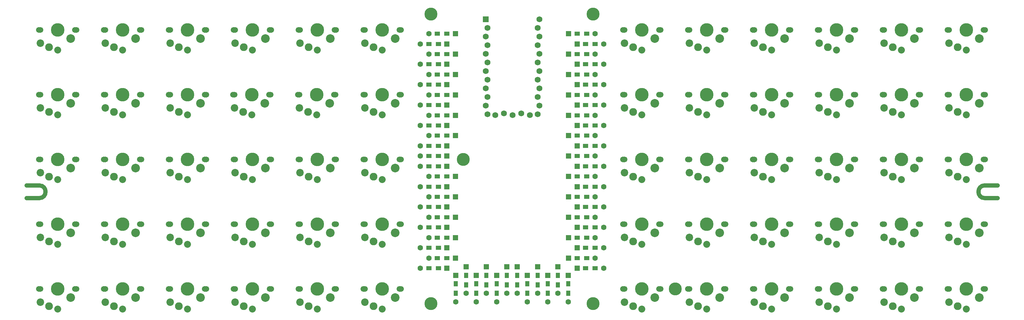
<source format=gbr>
%TF.GenerationSoftware,KiCad,Pcbnew,(6.0.0-rc1-306-g01eebd0b9d)*%
%TF.CreationDate,2022-02-27T11:11:43+00:00*%
%TF.ProjectId,lumberelite,6c756d62-6572-4656-9c69-74652e6b6963,2022.2*%
%TF.SameCoordinates,Original*%
%TF.FileFunction,Soldermask,Top*%
%TF.FilePolarity,Negative*%
%FSLAX46Y46*%
G04 Gerber Fmt 4.6, Leading zero omitted, Abs format (unit mm)*
G04 Created by KiCad (PCBNEW (6.0.0-rc1-306-g01eebd0b9d)) date 2022-02-27 11:11:43*
%MOMM*%
%LPD*%
G01*
G04 APERTURE LIST*
%ADD10C,1.250000*%
%ADD11C,1.701800*%
%ADD12C,3.987800*%
%ADD13C,2.540000*%
%ADD14C,2.032000*%
%ADD15C,2.286000*%
%ADD16C,2.200000*%
%ADD17R,1.600000X1.600000*%
%ADD18R,1.600000X1.200000*%
%ADD19C,1.600000*%
%ADD20R,1.200000X1.600000*%
%ADD21C,3.800000*%
%ADD22R,1.752600X1.752600*%
%ADD23C,1.752600*%
G04 APERTURE END LIST*
D10*
%TO.C,HOLE*%
X50000000Y-108375000D02*
X53708900Y-108375000D01*
X53708900Y-104625000D02*
X50000000Y-104625000D01*
X53708900Y-108375000D02*
G75*
G03*
X53708900Y-104625000I0J1875000D01*
G01*
X335000100Y-104625000D02*
X331291200Y-104625000D01*
X331291200Y-108375000D02*
X335000100Y-108375000D01*
X331291200Y-104625000D02*
G75*
G03*
X331291200Y-108375000I0J-1875000D01*
G01*
%TD*%
D11*
%TO.C,SW_1_12*%
X331350000Y-58875000D03*
X320350000Y-58875000D03*
X330930000Y-58875000D03*
X320770000Y-58875000D03*
D12*
X325850000Y-58875000D03*
D13*
X329660000Y-61415000D03*
D14*
X325850000Y-64775000D03*
D15*
X323310000Y-63955000D03*
D16*
X320750000Y-62775000D03*
%TD*%
D11*
%TO.C,SW_1_9*%
X273780000Y-58875000D03*
X263620000Y-58875000D03*
X263200000Y-58875000D03*
X274200000Y-58875000D03*
D12*
X268700000Y-58875000D03*
D13*
X272510000Y-61415000D03*
D14*
X268700000Y-64775000D03*
D16*
X263600000Y-62775000D03*
D15*
X266160000Y-63955000D03*
%TD*%
D11*
%TO.C,SW_2_12*%
X320350000Y-77925000D03*
X331350000Y-77925000D03*
X320770000Y-77925000D03*
X330930000Y-77925000D03*
D12*
X325850000Y-77925000D03*
D14*
X325850000Y-83825000D03*
D13*
X329660000Y-80465000D03*
D16*
X320750000Y-81825000D03*
D15*
X323310000Y-83005000D03*
%TD*%
D11*
%TO.C,SW_2_9*%
X274200000Y-77925000D03*
D12*
X268700000Y-77925000D03*
D11*
X263620000Y-77925000D03*
X263200000Y-77925000D03*
X273780000Y-77925000D03*
D13*
X272510000Y-80465000D03*
D14*
X268700000Y-83825000D03*
D15*
X266160000Y-83005000D03*
D16*
X263600000Y-81825000D03*
%TD*%
D11*
%TO.C,SW_3_12*%
X320770000Y-96975000D03*
D12*
X325850000Y-96975000D03*
D11*
X331350000Y-96975000D03*
X330930000Y-96975000D03*
X320350000Y-96975000D03*
D14*
X325850000Y-102875000D03*
D13*
X329660000Y-99515000D03*
D15*
X323310000Y-102055000D03*
D16*
X320750000Y-100875000D03*
%TD*%
D12*
%TO.C,SW_3_11*%
X306800000Y-96975000D03*
D11*
X301300000Y-96975000D03*
X311880000Y-96975000D03*
X312300000Y-96975000D03*
X301720000Y-96975000D03*
D13*
X310610000Y-99515000D03*
D14*
X306800000Y-102875000D03*
D16*
X301700000Y-100875000D03*
D15*
X304260000Y-102055000D03*
%TD*%
D11*
%TO.C,SW_2_8*%
X244570000Y-77925000D03*
X244150000Y-77925000D03*
D12*
X249650000Y-77925000D03*
D11*
X255150000Y-77925000D03*
X254730000Y-77925000D03*
D14*
X249650000Y-83825000D03*
D13*
X253460000Y-80465000D03*
D16*
X244550000Y-81825000D03*
D15*
X247110000Y-83005000D03*
%TD*%
D11*
%TO.C,SW_4_12*%
X320770000Y-116025000D03*
X331350000Y-116025000D03*
X330930000Y-116025000D03*
D12*
X325850000Y-116025000D03*
D11*
X320350000Y-116025000D03*
D13*
X329660000Y-118565000D03*
D14*
X325850000Y-121925000D03*
D15*
X323310000Y-121105000D03*
D16*
X320750000Y-119925000D03*
%TD*%
D11*
%TO.C,SW_5_12*%
X331350000Y-135075000D03*
X320350000Y-135075000D03*
X320770000Y-135075000D03*
D12*
X325850000Y-135075000D03*
D11*
X330930000Y-135075000D03*
D14*
X325850000Y-140975000D03*
D13*
X329660000Y-137615000D03*
D16*
X320750000Y-138975000D03*
D15*
X323310000Y-140155000D03*
%TD*%
D11*
%TO.C,SW_4_10*%
X292830000Y-116025000D03*
X282670000Y-116025000D03*
D12*
X287750000Y-116025000D03*
D11*
X293250000Y-116025000D03*
X282250000Y-116025000D03*
D13*
X291560000Y-118565000D03*
D14*
X287750000Y-121925000D03*
D15*
X285210000Y-121105000D03*
D16*
X282650000Y-119925000D03*
%TD*%
D11*
%TO.C,SW_4_9*%
X263200000Y-116025000D03*
D12*
X268700000Y-116025000D03*
D11*
X263620000Y-116025000D03*
X274200000Y-116025000D03*
X273780000Y-116025000D03*
D13*
X272510000Y-118565000D03*
D14*
X268700000Y-121925000D03*
D16*
X263600000Y-119925000D03*
D15*
X266160000Y-121105000D03*
%TD*%
D11*
%TO.C,SW_5_2*%
X73120000Y-135075000D03*
X83280000Y-135075000D03*
D12*
X78200000Y-135075000D03*
D11*
X83700000Y-135075000D03*
X72700000Y-135075000D03*
D13*
X82010000Y-137615000D03*
D14*
X78200000Y-140975000D03*
D16*
X73100000Y-138975000D03*
D15*
X75660000Y-140155000D03*
%TD*%
D11*
%TO.C,SW_5_4*%
X111220000Y-135075000D03*
D12*
X116300000Y-135075000D03*
D11*
X110800000Y-135075000D03*
X121800000Y-135075000D03*
X121380000Y-135075000D03*
D13*
X120110000Y-137615000D03*
D14*
X116300000Y-140975000D03*
D15*
X113760000Y-140155000D03*
D16*
X111200000Y-138975000D03*
%TD*%
D11*
%TO.C,SW_5_5*%
X140430000Y-135075000D03*
X129850000Y-135075000D03*
D12*
X135350000Y-135075000D03*
D11*
X130270000Y-135075000D03*
X140850000Y-135075000D03*
D14*
X135350000Y-140975000D03*
D13*
X139160000Y-137615000D03*
D15*
X132810000Y-140155000D03*
D16*
X130250000Y-138975000D03*
%TD*%
D11*
%TO.C,SW_5_9*%
X263620000Y-135075000D03*
X263200000Y-135075000D03*
X273780000Y-135075000D03*
X274200000Y-135075000D03*
D12*
X268700000Y-135075000D03*
D13*
X272510000Y-137615000D03*
D14*
X268700000Y-140975000D03*
D16*
X263600000Y-138975000D03*
D15*
X266160000Y-140155000D03*
%TD*%
D17*
%TO.C,D_2_6*%
X175900000Y-78000000D03*
D18*
X173400000Y-78000000D03*
X170600000Y-78000000D03*
D19*
X168100000Y-78000000D03*
%TD*%
D17*
%TO.C,D_4_6*%
X175900000Y-114000000D03*
D18*
X173400000Y-114000000D03*
X170600000Y-114000000D03*
D19*
X168100000Y-114000000D03*
%TD*%
D17*
%TO.C,D_5_6*%
X191000000Y-128600000D03*
D20*
X191000000Y-131100000D03*
X191000000Y-133900000D03*
D19*
X191000000Y-136400000D03*
%TD*%
D17*
%TO.C,D_5_5*%
X188000000Y-131100000D03*
D20*
X188000000Y-133600000D03*
X188000000Y-136400000D03*
D19*
X188000000Y-138900000D03*
%TD*%
D17*
%TO.C,D_5_4*%
X185000000Y-128600000D03*
D20*
X185000000Y-131100000D03*
X185000000Y-133900000D03*
D19*
X185000000Y-136400000D03*
%TD*%
D17*
%TO.C,D_5_2*%
X179000000Y-128600000D03*
D20*
X179000000Y-131100000D03*
D19*
X179000000Y-136400000D03*
D20*
X179000000Y-133900000D03*
%TD*%
D18*
%TO.C,D_1_2*%
X173400000Y-72000000D03*
D17*
X175900000Y-72000000D03*
D18*
X170600000Y-72000000D03*
D19*
X168100000Y-72000000D03*
%TD*%
D21*
%TO.C,H1*%
X168687480Y-54237550D03*
%TD*%
%TO.C,H2*%
X216312520Y-54237550D03*
%TD*%
%TO.C,H3*%
X168687480Y-139367309D03*
%TD*%
%TO.C,H4*%
X216312520Y-139367309D03*
%TD*%
D20*
%TO.C,D_5_11*%
X206000000Y-131100000D03*
D17*
X206000000Y-128600000D03*
D20*
X206000000Y-133900000D03*
D19*
X206000000Y-136400000D03*
%TD*%
D11*
%TO.C,SW_5_8*%
X255150000Y-135075000D03*
X244570000Y-135075000D03*
X254730000Y-135075000D03*
X244150000Y-135075000D03*
D12*
X249650000Y-135075000D03*
D13*
X253460000Y-137615000D03*
D14*
X249650000Y-140975000D03*
D15*
X247110000Y-140155000D03*
D16*
X244550000Y-138975000D03*
%TD*%
D11*
%TO.C,SW_4_5*%
X140430000Y-116025000D03*
X140850000Y-116025000D03*
X130270000Y-116025000D03*
X129850000Y-116025000D03*
D12*
X135350000Y-116025000D03*
D14*
X135350000Y-121925000D03*
D13*
X139160000Y-118565000D03*
D15*
X132810000Y-121105000D03*
D16*
X130250000Y-119925000D03*
%TD*%
D11*
%TO.C,SW_4_4*%
X121800000Y-116025000D03*
X110800000Y-116025000D03*
X121380000Y-116025000D03*
X111220000Y-116025000D03*
D12*
X116300000Y-116025000D03*
D13*
X120110000Y-118565000D03*
D14*
X116300000Y-121925000D03*
D16*
X111200000Y-119925000D03*
D15*
X113760000Y-121105000D03*
%TD*%
D12*
%TO.C,SW_4_3*%
X97250000Y-116025000D03*
D11*
X91750000Y-116025000D03*
X102330000Y-116025000D03*
X92170000Y-116025000D03*
X102750000Y-116025000D03*
D14*
X97250000Y-121925000D03*
D13*
X101060000Y-118565000D03*
D15*
X94710000Y-121105000D03*
D16*
X92150000Y-119925000D03*
%TD*%
D12*
%TO.C,SW_5_1*%
X59150000Y-135075000D03*
D11*
X54070000Y-135075000D03*
X53650000Y-135075000D03*
X64230000Y-135075000D03*
X64650000Y-135075000D03*
D14*
X59150000Y-140975000D03*
D13*
X62960000Y-137615000D03*
D15*
X56610000Y-140155000D03*
D16*
X54050000Y-138975000D03*
%TD*%
D18*
%TO.C,D_4_2*%
X173400000Y-126000000D03*
D17*
X175900000Y-126000000D03*
D19*
X168100000Y-126000000D03*
D18*
X170600000Y-126000000D03*
%TD*%
%TO.C,D_4_4*%
X173400000Y-120000000D03*
D17*
X175900000Y-120000000D03*
D18*
X170600000Y-120000000D03*
D19*
X168100000Y-120000000D03*
%TD*%
D17*
%TO.C,D_3_1*%
X173400000Y-111000000D03*
D18*
X170900000Y-111000000D03*
D19*
X165600000Y-111000000D03*
D18*
X168100000Y-111000000D03*
%TD*%
%TO.C,D_3_2*%
X173400000Y-108000000D03*
D17*
X175900000Y-108000000D03*
D19*
X168100000Y-108000000D03*
D18*
X170600000Y-108000000D03*
%TD*%
%TO.C,D_3_3*%
X170900000Y-105000000D03*
D17*
X173400000Y-105000000D03*
D18*
X168100000Y-105000000D03*
D19*
X165600000Y-105000000D03*
%TD*%
D17*
%TO.C,D_4_5*%
X173400000Y-117000000D03*
D18*
X170900000Y-117000000D03*
D19*
X165600000Y-117000000D03*
D18*
X168100000Y-117000000D03*
%TD*%
%TO.C,D_2_1*%
X170900000Y-93000000D03*
D17*
X173400000Y-93000000D03*
D19*
X165600000Y-93000000D03*
D18*
X168100000Y-93000000D03*
%TD*%
%TO.C,D_3_5*%
X170900000Y-99000000D03*
D17*
X173400000Y-99000000D03*
D18*
X168100000Y-99000000D03*
D19*
X165600000Y-99000000D03*
%TD*%
D18*
%TO.C,D_2_3*%
X170900000Y-87000000D03*
D17*
X173400000Y-87000000D03*
D19*
X165600000Y-87000000D03*
D18*
X168100000Y-87000000D03*
%TD*%
%TO.C,D_2_4*%
X173400000Y-84000000D03*
D17*
X175900000Y-84000000D03*
D19*
X168100000Y-84000000D03*
D18*
X170600000Y-84000000D03*
%TD*%
%TO.C,D_2_5*%
X170900000Y-81000000D03*
D17*
X173400000Y-81000000D03*
D18*
X168100000Y-81000000D03*
D19*
X165600000Y-81000000D03*
%TD*%
D18*
%TO.C,D_1_11*%
X211600000Y-72000000D03*
D17*
X209100000Y-72000000D03*
D18*
X214400000Y-72000000D03*
D19*
X216900000Y-72000000D03*
%TD*%
D17*
%TO.C,D_1_3*%
X173400000Y-69000000D03*
D18*
X170900000Y-69000000D03*
X168100000Y-69000000D03*
D19*
X165600000Y-69000000D03*
%TD*%
D11*
%TO.C,SW_3_6*%
X148900000Y-96975000D03*
X159900000Y-96975000D03*
X149320000Y-96975000D03*
D12*
X154400000Y-96975000D03*
D11*
X159480000Y-96975000D03*
D14*
X154400000Y-102875000D03*
D13*
X158210000Y-99515000D03*
D16*
X149300000Y-100875000D03*
D15*
X151860000Y-102055000D03*
%TD*%
D11*
%TO.C,SW_2_5*%
X140280000Y-77925000D03*
D12*
X135200000Y-77925000D03*
D11*
X129700000Y-77925000D03*
X140700000Y-77925000D03*
X130120000Y-77925000D03*
D14*
X135200000Y-83825000D03*
D13*
X139010000Y-80465000D03*
D15*
X132660000Y-83005000D03*
D16*
X130100000Y-81825000D03*
%TD*%
D12*
%TO.C,SW_3_3*%
X97250000Y-96975000D03*
D11*
X91750000Y-96975000D03*
X102330000Y-96975000D03*
X92170000Y-96975000D03*
X102750000Y-96975000D03*
D14*
X97250000Y-102875000D03*
D13*
X101060000Y-99515000D03*
D15*
X94710000Y-102055000D03*
D16*
X92150000Y-100875000D03*
%TD*%
D11*
%TO.C,SW_3_2*%
X83700000Y-96975000D03*
D12*
X78200000Y-96975000D03*
D11*
X72700000Y-96975000D03*
X83280000Y-96975000D03*
X73120000Y-96975000D03*
D13*
X82010000Y-99515000D03*
D14*
X78200000Y-102875000D03*
D15*
X75660000Y-102055000D03*
D16*
X73100000Y-100875000D03*
%TD*%
D12*
%TO.C,SW_3_1*%
X59150000Y-96975000D03*
D11*
X54070000Y-96975000D03*
X53650000Y-96975000D03*
X64230000Y-96975000D03*
X64650000Y-96975000D03*
D13*
X62960000Y-99515000D03*
D14*
X59150000Y-102875000D03*
D16*
X54050000Y-100875000D03*
D15*
X56610000Y-102055000D03*
%TD*%
D11*
%TO.C,SW_1_6*%
X148900000Y-58875000D03*
D12*
X154400000Y-58875000D03*
D11*
X159900000Y-58875000D03*
X149320000Y-58875000D03*
X159480000Y-58875000D03*
D13*
X158210000Y-61415000D03*
D14*
X154400000Y-64775000D03*
D16*
X149300000Y-62775000D03*
D15*
X151860000Y-63955000D03*
%TD*%
D11*
%TO.C,SW_1_4*%
X121800000Y-58875000D03*
X121380000Y-58875000D03*
D12*
X116300000Y-58875000D03*
D11*
X111220000Y-58875000D03*
X110800000Y-58875000D03*
D13*
X120110000Y-61415000D03*
D14*
X116300000Y-64775000D03*
D15*
X113760000Y-63955000D03*
D16*
X111200000Y-62775000D03*
%TD*%
D11*
%TO.C,SW_1_3*%
X102330000Y-58875000D03*
D12*
X97250000Y-58875000D03*
D11*
X91750000Y-58875000D03*
X102750000Y-58875000D03*
X92170000Y-58875000D03*
D14*
X97250000Y-64775000D03*
D13*
X101060000Y-61415000D03*
D15*
X94710000Y-63955000D03*
D16*
X92150000Y-62775000D03*
%TD*%
D17*
%TO.C,D_1_10*%
X211600000Y-69000000D03*
D18*
X214100000Y-69000000D03*
X216900000Y-69000000D03*
D19*
X219400000Y-69000000D03*
%TD*%
D11*
%TO.C,SW_1_11*%
X311880000Y-58875000D03*
D12*
X306800000Y-58875000D03*
D11*
X312300000Y-58875000D03*
X301720000Y-58875000D03*
X301300000Y-58875000D03*
D13*
X310610000Y-61415000D03*
D14*
X306800000Y-64775000D03*
D15*
X304260000Y-63955000D03*
D16*
X301700000Y-62775000D03*
%TD*%
D17*
%TO.C,D_1_5*%
X173400000Y-63000000D03*
D18*
X170900000Y-63000000D03*
D19*
X165600000Y-63000000D03*
D18*
X168100000Y-63000000D03*
%TD*%
D11*
%TO.C,SW_2_3*%
X102330000Y-77925000D03*
X91750000Y-77925000D03*
X102750000Y-77925000D03*
D12*
X97250000Y-77925000D03*
D11*
X92170000Y-77925000D03*
D14*
X97250000Y-83825000D03*
D13*
X101060000Y-80465000D03*
D16*
X92150000Y-81825000D03*
D15*
X94710000Y-83005000D03*
%TD*%
D11*
%TO.C,SW_2_4*%
X110650000Y-77925000D03*
X121230000Y-77925000D03*
X121650000Y-77925000D03*
D12*
X116150000Y-77925000D03*
D11*
X111070000Y-77925000D03*
D13*
X119960000Y-80465000D03*
D14*
X116150000Y-83825000D03*
D16*
X111050000Y-81825000D03*
D15*
X113610000Y-83005000D03*
%TD*%
D11*
%TO.C,SW_2_6*%
X159480000Y-77925000D03*
X159900000Y-77925000D03*
D12*
X154400000Y-77925000D03*
D11*
X149320000Y-77925000D03*
X148900000Y-77925000D03*
D14*
X154400000Y-83825000D03*
D13*
X158210000Y-80465000D03*
D16*
X149300000Y-81825000D03*
D15*
X151860000Y-83005000D03*
%TD*%
D11*
%TO.C,SW_4_1*%
X53650000Y-116025000D03*
X54070000Y-116025000D03*
D12*
X59150000Y-116025000D03*
D11*
X64650000Y-116025000D03*
X64230000Y-116025000D03*
D14*
X59150000Y-121925000D03*
D13*
X62960000Y-118565000D03*
D15*
X56610000Y-121105000D03*
D16*
X54050000Y-119925000D03*
%TD*%
D11*
%TO.C,SW_4_2*%
X83280000Y-116025000D03*
D12*
X78200000Y-116025000D03*
D11*
X72700000Y-116025000D03*
X83700000Y-116025000D03*
X73120000Y-116025000D03*
D13*
X82010000Y-118565000D03*
D14*
X78200000Y-121925000D03*
D15*
X75660000Y-121105000D03*
D16*
X73100000Y-119925000D03*
%TD*%
D12*
%TO.C,SW_5_11*%
X306800000Y-135075000D03*
D11*
X301300000Y-135075000D03*
X312300000Y-135075000D03*
X301720000Y-135075000D03*
X311880000Y-135075000D03*
D13*
X310610000Y-137615000D03*
D14*
X306800000Y-140975000D03*
D15*
X304260000Y-140155000D03*
D16*
X301700000Y-138975000D03*
%TD*%
D11*
%TO.C,SW_3_8*%
X244570000Y-96975000D03*
D12*
X249650000Y-96975000D03*
D11*
X244150000Y-96975000D03*
X255150000Y-96975000D03*
X254730000Y-96975000D03*
D13*
X253460000Y-99515000D03*
D14*
X249650000Y-102875000D03*
D16*
X244550000Y-100875000D03*
D15*
X247110000Y-102055000D03*
%TD*%
D11*
%TO.C,SW_3_9*%
X273780000Y-96975000D03*
D12*
X268700000Y-96975000D03*
D11*
X263200000Y-96975000D03*
X274200000Y-96975000D03*
X263620000Y-96975000D03*
D13*
X272510000Y-99515000D03*
D14*
X268700000Y-102875000D03*
D15*
X266160000Y-102055000D03*
D16*
X263600000Y-100875000D03*
%TD*%
D11*
%TO.C,SW_4_11*%
X312300000Y-116025000D03*
X301300000Y-116025000D03*
X301720000Y-116025000D03*
X311880000Y-116025000D03*
D12*
X306800000Y-116025000D03*
D13*
X310610000Y-118565000D03*
D14*
X306800000Y-121925000D03*
D15*
X304260000Y-121105000D03*
D16*
X301700000Y-119925000D03*
%TD*%
D20*
%TO.C,D_5_10*%
X203000000Y-133600000D03*
D17*
X203000000Y-131100000D03*
D20*
X203000000Y-136400000D03*
D19*
X203000000Y-138900000D03*
%TD*%
D11*
%TO.C,SW_5_3*%
X102330000Y-135075000D03*
X91750000Y-135075000D03*
D12*
X97250000Y-135075000D03*
D11*
X102750000Y-135075000D03*
X92170000Y-135075000D03*
D14*
X97250000Y-140975000D03*
D13*
X101060000Y-137615000D03*
D15*
X94710000Y-140155000D03*
D16*
X92150000Y-138975000D03*
%TD*%
D11*
%TO.C,SW_2_1*%
X53650000Y-77925000D03*
X54070000Y-77925000D03*
X64650000Y-77925000D03*
D12*
X59150000Y-77925000D03*
D11*
X64230000Y-77925000D03*
D14*
X59150000Y-83825000D03*
D13*
X62960000Y-80465000D03*
D15*
X56610000Y-83005000D03*
D16*
X54050000Y-81825000D03*
%TD*%
D11*
%TO.C,SW_4_8*%
X255150000Y-116025000D03*
D12*
X249650000Y-116025000D03*
D11*
X244150000Y-116025000D03*
X244570000Y-116025000D03*
X254730000Y-116025000D03*
D14*
X249650000Y-121925000D03*
D13*
X253460000Y-118565000D03*
D16*
X244550000Y-119925000D03*
D15*
X247110000Y-121105000D03*
%TD*%
D11*
%TO.C,SW_1_5*%
X140430000Y-58875000D03*
X130270000Y-58875000D03*
X129850000Y-58875000D03*
X140850000Y-58875000D03*
D12*
X135350000Y-58875000D03*
D14*
X135350000Y-64775000D03*
D13*
X139160000Y-61415000D03*
D16*
X130250000Y-62775000D03*
D15*
X132810000Y-63955000D03*
%TD*%
D12*
%TO.C,SW_1_10*%
X287750000Y-58875000D03*
D11*
X282250000Y-58875000D03*
X293250000Y-58875000D03*
X292830000Y-58875000D03*
X282670000Y-58875000D03*
D13*
X291560000Y-61415000D03*
D14*
X287750000Y-64775000D03*
D16*
X282650000Y-62775000D03*
D15*
X285210000Y-63955000D03*
%TD*%
D11*
%TO.C,SW_2_11*%
X301720000Y-77925000D03*
D12*
X306800000Y-77925000D03*
D11*
X312300000Y-77925000D03*
X301300000Y-77925000D03*
X311880000Y-77925000D03*
D14*
X306800000Y-83825000D03*
D13*
X310610000Y-80465000D03*
D15*
X304260000Y-83005000D03*
D16*
X301700000Y-81825000D03*
%TD*%
D11*
%TO.C,SW_4_6*%
X148900000Y-116025000D03*
D12*
X154400000Y-116025000D03*
D11*
X149320000Y-116025000D03*
X159900000Y-116025000D03*
X159480000Y-116025000D03*
D13*
X158210000Y-118565000D03*
D14*
X154400000Y-121925000D03*
D16*
X149300000Y-119925000D03*
D15*
X151860000Y-121105000D03*
%TD*%
D20*
%TO.C,D_5_1*%
X176000000Y-133600000D03*
D17*
X176000000Y-131100000D03*
D19*
X176000000Y-138900000D03*
D20*
X176000000Y-136400000D03*
%TD*%
D12*
%TO.C,SW_2_7*%
X230600000Y-77925000D03*
D11*
X235680000Y-77925000D03*
X225100000Y-77925000D03*
X225520000Y-77925000D03*
X236100000Y-77925000D03*
D14*
X230600000Y-83825000D03*
D13*
X234410000Y-80465000D03*
D15*
X228060000Y-83005000D03*
D16*
X225500000Y-81825000D03*
%TD*%
D11*
%TO.C,SW_1_7*%
X225100000Y-58875000D03*
X235680000Y-58875000D03*
D12*
X230600000Y-58875000D03*
D11*
X225520000Y-58875000D03*
X236100000Y-58875000D03*
D14*
X230600000Y-64775000D03*
D13*
X234410000Y-61415000D03*
D16*
X225500000Y-62775000D03*
D15*
X228060000Y-63955000D03*
%TD*%
D11*
%TO.C,SW_1_8*%
X254730000Y-58875000D03*
X244150000Y-58875000D03*
X244570000Y-58875000D03*
D12*
X249650000Y-58875000D03*
D11*
X255150000Y-58875000D03*
D14*
X249650000Y-64775000D03*
D13*
X253460000Y-61415000D03*
D16*
X244550000Y-62775000D03*
D15*
X247110000Y-63955000D03*
%TD*%
D11*
%TO.C,SW_5_6*%
X159900000Y-135075000D03*
X149320000Y-135075000D03*
X159480000Y-135075000D03*
X148900000Y-135075000D03*
D12*
X154400000Y-135075000D03*
D13*
X158210000Y-137615000D03*
D14*
X154400000Y-140975000D03*
D16*
X149300000Y-138975000D03*
D15*
X151860000Y-140155000D03*
%TD*%
D18*
%TO.C,D_3_12*%
X214100000Y-111000000D03*
D17*
X211600000Y-111000000D03*
D19*
X219400000Y-111000000D03*
D18*
X216900000Y-111000000D03*
%TD*%
D20*
%TO.C,D_5_12*%
X209000000Y-133600000D03*
D17*
X209000000Y-131100000D03*
D20*
X209000000Y-136400000D03*
D19*
X209000000Y-138900000D03*
%TD*%
D11*
%TO.C,SW_3_7*%
X236100000Y-96975000D03*
X225520000Y-96975000D03*
X235680000Y-96975000D03*
D12*
X230600000Y-96975000D03*
D11*
X225100000Y-96975000D03*
D13*
X234410000Y-99515000D03*
D14*
X230600000Y-102875000D03*
D15*
X228060000Y-102055000D03*
D16*
X225500000Y-100875000D03*
%TD*%
D11*
%TO.C,SW_5_7*%
X225520000Y-135075000D03*
X235680000Y-135075000D03*
D12*
X230600000Y-135075000D03*
D11*
X225100000Y-135075000D03*
X236100000Y-135075000D03*
D14*
X230600000Y-140975000D03*
D13*
X234410000Y-137615000D03*
D15*
X228060000Y-140155000D03*
D16*
X225500000Y-138975000D03*
%TD*%
D11*
%TO.C,SW_4_7*%
X225100000Y-116025000D03*
X236100000Y-116025000D03*
D12*
X230600000Y-116025000D03*
D11*
X225520000Y-116025000D03*
X235680000Y-116025000D03*
D14*
X230600000Y-121925000D03*
D13*
X234410000Y-118565000D03*
D15*
X228060000Y-121105000D03*
D16*
X225500000Y-119925000D03*
%TD*%
D11*
%TO.C,SW_3_5*%
X140850000Y-96975000D03*
X140430000Y-96975000D03*
X130270000Y-96975000D03*
X129850000Y-96975000D03*
D12*
X135350000Y-96975000D03*
D14*
X135350000Y-102875000D03*
D13*
X139160000Y-99515000D03*
D15*
X132810000Y-102055000D03*
D16*
X130250000Y-100875000D03*
%TD*%
D11*
%TO.C,SW_2_10*%
X282670000Y-77925000D03*
X282250000Y-77925000D03*
D12*
X287750000Y-77925000D03*
D11*
X293250000Y-77925000D03*
X292830000Y-77925000D03*
D14*
X287750000Y-83825000D03*
D13*
X291560000Y-80465000D03*
D16*
X282650000Y-81825000D03*
D15*
X285210000Y-83005000D03*
%TD*%
D17*
%TO.C,D_1_12*%
X211600000Y-75000000D03*
D18*
X214100000Y-75000000D03*
X216900000Y-75000000D03*
D19*
X219400000Y-75000000D03*
%TD*%
D17*
%TO.C,D_1_7*%
X209100000Y-60000000D03*
D18*
X211600000Y-60000000D03*
D19*
X216900000Y-60000000D03*
D18*
X214400000Y-60000000D03*
%TD*%
%TO.C,D_1_8*%
X214100000Y-63000000D03*
D17*
X211600000Y-63000000D03*
D18*
X216900000Y-63000000D03*
D19*
X219400000Y-63000000D03*
%TD*%
D18*
%TO.C,D_2_7*%
X211600000Y-78000000D03*
D17*
X209100000Y-78000000D03*
D19*
X216900000Y-78000000D03*
D18*
X214400000Y-78000000D03*
%TD*%
D17*
%TO.C,D_2_12*%
X211600000Y-93000000D03*
D18*
X214100000Y-93000000D03*
X216900000Y-93000000D03*
D19*
X219400000Y-93000000D03*
%TD*%
D17*
%TO.C,D_2_10*%
X211600000Y-87000000D03*
D18*
X214100000Y-87000000D03*
D19*
X219400000Y-87000000D03*
D18*
X216900000Y-87000000D03*
%TD*%
D17*
%TO.C,D_2_11*%
X209100000Y-90000000D03*
D18*
X211600000Y-90000000D03*
D19*
X216900000Y-90000000D03*
D18*
X214400000Y-90000000D03*
%TD*%
D17*
%TO.C,D_3_9*%
X209100000Y-102000000D03*
D18*
X211600000Y-102000000D03*
D19*
X216900000Y-102000000D03*
D18*
X214400000Y-102000000D03*
%TD*%
D17*
%TO.C,D_3_8*%
X211600000Y-99000000D03*
D18*
X214100000Y-99000000D03*
X216900000Y-99000000D03*
D19*
X219400000Y-99000000D03*
%TD*%
D18*
%TO.C,D_3_7*%
X211600000Y-96000000D03*
D17*
X209100000Y-96000000D03*
D18*
X214400000Y-96000000D03*
D19*
X216900000Y-96000000D03*
%TD*%
D17*
%TO.C,D_2_8*%
X211600000Y-81000000D03*
D18*
X214100000Y-81000000D03*
X216900000Y-81000000D03*
D19*
X219400000Y-81000000D03*
%TD*%
D18*
%TO.C,D_3_11*%
X211600000Y-108000000D03*
D17*
X209100000Y-108000000D03*
D19*
X216900000Y-108000000D03*
D18*
X214400000Y-108000000D03*
%TD*%
%TO.C,D_3_10*%
X214100000Y-105000000D03*
D17*
X211600000Y-105000000D03*
D18*
X216900000Y-105000000D03*
D19*
X219400000Y-105000000D03*
%TD*%
D17*
%TO.C,D_4_7*%
X209100000Y-114000000D03*
D18*
X211600000Y-114000000D03*
X214400000Y-114000000D03*
D19*
X216900000Y-114000000D03*
%TD*%
D18*
%TO.C,D_2_9*%
X211600000Y-84000000D03*
D17*
X209100000Y-84000000D03*
D18*
X214400000Y-84000000D03*
D19*
X216900000Y-84000000D03*
%TD*%
D18*
%TO.C,D_1_9*%
X211600000Y-66000000D03*
D17*
X209100000Y-66000000D03*
D18*
X214400000Y-66000000D03*
D19*
X216900000Y-66000000D03*
%TD*%
D18*
%TO.C,D_4_12*%
X214100000Y-129000000D03*
D17*
X211600000Y-129000000D03*
D19*
X219400000Y-129000000D03*
D18*
X216900000Y-129000000D03*
%TD*%
%TO.C,D_4_9*%
X211600000Y-120000000D03*
D17*
X209100000Y-120000000D03*
D19*
X216900000Y-120000000D03*
D18*
X214400000Y-120000000D03*
%TD*%
D20*
%TO.C,D_5_7*%
X194000000Y-131100000D03*
D17*
X194000000Y-128600000D03*
D19*
X194000000Y-136400000D03*
D20*
X194000000Y-133900000D03*
%TD*%
D17*
%TO.C,D_4_8*%
X211600000Y-117000000D03*
D18*
X214100000Y-117000000D03*
X216900000Y-117000000D03*
D19*
X219400000Y-117000000D03*
%TD*%
D17*
%TO.C,D_4_10*%
X211600000Y-123000000D03*
D18*
X214100000Y-123000000D03*
D19*
X219400000Y-123000000D03*
D18*
X216900000Y-123000000D03*
%TD*%
D17*
%TO.C,D_4_11*%
X209100000Y-126000000D03*
D18*
X211600000Y-126000000D03*
D19*
X216900000Y-126000000D03*
D18*
X214400000Y-126000000D03*
%TD*%
D20*
%TO.C,D_5_8*%
X197000000Y-133600000D03*
D17*
X197000000Y-131100000D03*
D19*
X197000000Y-138900000D03*
D20*
X197000000Y-136400000D03*
%TD*%
%TO.C,D_5_9*%
X200000000Y-131100000D03*
D17*
X200000000Y-128600000D03*
D19*
X200000000Y-136400000D03*
D20*
X200000000Y-133900000D03*
%TD*%
D18*
%TO.C,D_4_1*%
X170900000Y-129000000D03*
D17*
X173400000Y-129000000D03*
D18*
X168100000Y-129000000D03*
D19*
X165600000Y-129000000D03*
%TD*%
D18*
%TO.C,D_3_4*%
X173400000Y-102000000D03*
D17*
X175900000Y-102000000D03*
D18*
X170600000Y-102000000D03*
D19*
X168100000Y-102000000D03*
%TD*%
D17*
%TO.C,D_3_6*%
X173400000Y-96000000D03*
D18*
X170900000Y-96000000D03*
X168100000Y-96000000D03*
D19*
X165600000Y-96000000D03*
%TD*%
D17*
%TO.C,D_1_1*%
X173400000Y-75000000D03*
D18*
X170900000Y-75000000D03*
X168100000Y-75000000D03*
D19*
X165600000Y-75000000D03*
%TD*%
D18*
%TO.C,D_4_3*%
X170900000Y-123000000D03*
D17*
X173400000Y-123000000D03*
D19*
X165600000Y-123000000D03*
D18*
X168100000Y-123000000D03*
%TD*%
D11*
%TO.C,SW_3_10*%
X292830000Y-96975000D03*
X282250000Y-96975000D03*
X282670000Y-96975000D03*
D12*
X287750000Y-96975000D03*
D11*
X293250000Y-96975000D03*
D14*
X287750000Y-102875000D03*
D13*
X291560000Y-99515000D03*
D16*
X282650000Y-100875000D03*
D15*
X285210000Y-102055000D03*
%TD*%
D12*
%TO.C,SW_1_2*%
X78200000Y-58875000D03*
D11*
X83700000Y-58875000D03*
X73120000Y-58875000D03*
X83280000Y-58875000D03*
X72700000Y-58875000D03*
D13*
X82010000Y-61415000D03*
D14*
X78200000Y-64775000D03*
D16*
X73100000Y-62775000D03*
D15*
X75660000Y-63955000D03*
%TD*%
D12*
%TO.C,SW_5_10*%
X287750000Y-135075000D03*
D11*
X293250000Y-135075000D03*
X292830000Y-135075000D03*
X282250000Y-135075000D03*
X282670000Y-135075000D03*
D14*
X287750000Y-140975000D03*
D13*
X291560000Y-137615000D03*
D16*
X282650000Y-138975000D03*
D15*
X285210000Y-140155000D03*
%TD*%
D12*
%TO.C,SW_1_1*%
X59150000Y-58875000D03*
D11*
X64230000Y-58875000D03*
X54070000Y-58875000D03*
X53650000Y-58875000D03*
X64650000Y-58875000D03*
D14*
X59150000Y-64775000D03*
D13*
X62960000Y-61415000D03*
D16*
X54050000Y-62775000D03*
D15*
X56610000Y-63955000D03*
%TD*%
D11*
%TO.C,SW_2_2*%
X83700000Y-77925000D03*
D12*
X78200000Y-77925000D03*
D11*
X83280000Y-77925000D03*
X72700000Y-77925000D03*
X73120000Y-77925000D03*
D14*
X78200000Y-83825000D03*
D13*
X82010000Y-80465000D03*
D16*
X73100000Y-81825000D03*
D15*
X75660000Y-83005000D03*
%TD*%
D12*
%TO.C,SW_3_4*%
X116300000Y-96975000D03*
D11*
X111220000Y-96975000D03*
X121380000Y-96975000D03*
X110800000Y-96975000D03*
X121800000Y-96975000D03*
D14*
X116300000Y-102875000D03*
D13*
X120110000Y-99515000D03*
D15*
X113760000Y-102055000D03*
D16*
X111200000Y-100875000D03*
%TD*%
D17*
%TO.C,D_1_4*%
X175900000Y-66000000D03*
D18*
X173400000Y-66000000D03*
X170600000Y-66000000D03*
D19*
X168100000Y-66000000D03*
%TD*%
D17*
%TO.C,D_5_3*%
X182000000Y-131100000D03*
D20*
X182000000Y-133600000D03*
D19*
X182000000Y-138900000D03*
D20*
X182000000Y-136400000D03*
%TD*%
D18*
%TO.C,D_2_2*%
X173400000Y-90000000D03*
D17*
X175900000Y-90000000D03*
D18*
X170600000Y-90000000D03*
D19*
X168100000Y-90000000D03*
%TD*%
D17*
%TO.C,D_1_6*%
X175900000Y-60000000D03*
D18*
X173400000Y-60000000D03*
D19*
X168100000Y-60000000D03*
D18*
X170600000Y-60000000D03*
%TD*%
D16*
%TO.C,H6*%
X178567763Y-97003494D03*
X177809667Y-97003494D03*
X178192003Y-97003494D03*
D21*
X178192003Y-97003494D03*
%TD*%
D22*
%TO.C,U2*%
X184825728Y-55760073D03*
D23*
X185282928Y-58300073D03*
X184825728Y-60840073D03*
X185282928Y-63380073D03*
X184825728Y-65920073D03*
X185282928Y-68460073D03*
X184825728Y-71000073D03*
X185282928Y-73540073D03*
X184825728Y-76080073D03*
X185282928Y-78620073D03*
X184825728Y-81160073D03*
X185282928Y-83700073D03*
X200065728Y-83700073D03*
X200522928Y-81160073D03*
X200065728Y-78620073D03*
X200522928Y-76080073D03*
X200065728Y-73540073D03*
X200522928Y-71000073D03*
X200065728Y-68460073D03*
X200522928Y-65920073D03*
X200065728Y-63380073D03*
X200522928Y-60840073D03*
X200065728Y-58300073D03*
X200522928Y-55760073D03*
X187594328Y-83928673D03*
X190134328Y-83471473D03*
X192674328Y-83928673D03*
X195214328Y-83471473D03*
X197754328Y-83928673D03*
%TD*%
D16*
%TO.C,H7*%
X240040597Y-135085732D03*
X240798693Y-135085732D03*
X240422933Y-135085732D03*
D21*
X240422933Y-135085732D03*
%TD*%
M02*

</source>
